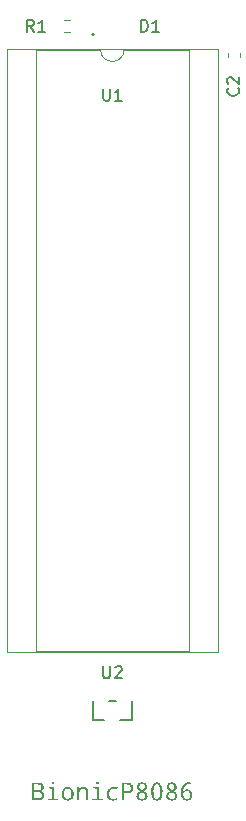
<source format=gbr>
G04 #@! TF.GenerationSoftware,KiCad,Pcbnew,9.0.6-9.0.6~ubuntu25.10.1*
G04 #@! TF.CreationDate,2025-12-24T22:54:59+09:00*
G04 #@! TF.ProjectId,bionic-p8086,62696f6e-6963-42d7-9038-3038362e6b69,1*
G04 #@! TF.SameCoordinates,Original*
G04 #@! TF.FileFunction,Legend,Top*
G04 #@! TF.FilePolarity,Positive*
%FSLAX46Y46*%
G04 Gerber Fmt 4.6, Leading zero omitted, Abs format (unit mm)*
G04 Created by KiCad (PCBNEW 9.0.6-9.0.6~ubuntu25.10.1) date 2025-12-24 22:54:59*
%MOMM*%
%LPD*%
G01*
G04 APERTURE LIST*
%ADD10C,0.150000*%
%ADD11C,0.152400*%
%ADD12C,0.120000*%
G04 APERTURE END LIST*
D10*
G36*
X107511372Y-135815457D02*
G01*
X107623784Y-135834466D01*
X107709176Y-135862597D01*
X107772959Y-135897948D01*
X107826624Y-135947479D01*
X107865690Y-136010040D01*
X107890553Y-136088479D01*
X107899538Y-136187009D01*
X107890191Y-136271161D01*
X107863332Y-136342904D01*
X107819030Y-136404996D01*
X107760559Y-136454433D01*
X107688969Y-136489661D01*
X107601318Y-136510417D01*
X107601318Y-136520675D01*
X107713579Y-136548784D01*
X107798032Y-136589258D01*
X107860365Y-136640606D01*
X107904417Y-136703217D01*
X107931762Y-136779317D01*
X107941487Y-136872660D01*
X107932632Y-136972821D01*
X107907490Y-137057779D01*
X107867061Y-137130416D01*
X107810786Y-137192770D01*
X107742688Y-137241834D01*
X107662328Y-137277992D01*
X107567350Y-137300873D01*
X107454772Y-137309000D01*
X106914751Y-137309000D01*
X106914751Y-137146059D01*
X107106360Y-137146059D01*
X107420975Y-137146059D01*
X107527040Y-137136623D01*
X107605611Y-137111330D01*
X107663203Y-137072864D01*
X107704184Y-137021184D01*
X107730147Y-136953543D01*
X107739620Y-136864966D01*
X107730320Y-136785042D01*
X107704539Y-136723095D01*
X107663079Y-136674812D01*
X107603556Y-136638129D01*
X107520816Y-136613619D01*
X107407603Y-136604389D01*
X107106360Y-136604389D01*
X107106360Y-137146059D01*
X106914751Y-137146059D01*
X106914751Y-136441449D01*
X107106360Y-136441449D01*
X107397436Y-136441449D01*
X107503179Y-136433885D01*
X107578352Y-136414152D01*
X107630535Y-136385395D01*
X107669507Y-136342617D01*
X107694505Y-136282721D01*
X107703808Y-136199740D01*
X107694100Y-136122208D01*
X107667658Y-136065528D01*
X107625406Y-136024343D01*
X107570166Y-135997316D01*
X107490034Y-135978544D01*
X107376920Y-135971312D01*
X107106360Y-135971312D01*
X107106360Y-136441449D01*
X106914751Y-136441449D01*
X106914751Y-135808371D01*
X107365654Y-135808371D01*
X107511372Y-135815457D01*
G37*
G36*
X108683924Y-135720444D02*
G01*
X108732617Y-135728164D01*
X108764753Y-135748934D01*
X108784881Y-135783356D01*
X108792551Y-135837131D01*
X108783787Y-135890834D01*
X108760219Y-135925791D01*
X108725093Y-135947610D01*
X108683924Y-135954917D01*
X108634780Y-135947125D01*
X108602347Y-135926160D01*
X108582032Y-135891414D01*
X108574290Y-135837131D01*
X108581999Y-135783450D01*
X108602262Y-135749022D01*
X108634689Y-135728197D01*
X108683924Y-135720444D01*
G37*
G36*
X108589585Y-136330074D02*
G01*
X108313988Y-136308733D01*
X108313988Y-136183528D01*
X108776156Y-136183528D01*
X108776156Y-137162454D01*
X109136842Y-137182970D01*
X109136842Y-137309000D01*
X108237143Y-137309000D01*
X108237143Y-137182970D01*
X108589585Y-137162454D01*
X108589585Y-136330074D01*
G37*
G36*
X110034020Y-136176277D02*
G01*
X110129591Y-136206147D01*
X110214708Y-136255195D01*
X110291164Y-136324853D01*
X110351745Y-136407833D01*
X110396010Y-136504095D01*
X110423788Y-136616141D01*
X110433588Y-136747180D01*
X110423767Y-136882802D01*
X110396125Y-136997135D01*
X110352448Y-137093797D01*
X110293179Y-137175643D01*
X110217937Y-137243704D01*
X110132087Y-137292164D01*
X110033523Y-137322017D01*
X109919213Y-137332447D01*
X109811648Y-137322132D01*
X109716644Y-137292256D01*
X109631629Y-137243080D01*
X109554864Y-137173078D01*
X109494167Y-137089790D01*
X109449752Y-136992879D01*
X109421840Y-136879773D01*
X109411981Y-136747180D01*
X109604597Y-136747180D01*
X109613231Y-136877261D01*
X109636420Y-136976317D01*
X109671139Y-137050785D01*
X109715969Y-137105793D01*
X109771281Y-137144774D01*
X109839187Y-137169071D01*
X109923243Y-137177750D01*
X110006967Y-137169085D01*
X110074629Y-137144823D01*
X110129766Y-137105883D01*
X110174476Y-137050903D01*
X110209118Y-136976437D01*
X110232262Y-136877345D01*
X110240881Y-136747180D01*
X110232269Y-136618648D01*
X110209120Y-136520660D01*
X110174420Y-136446879D01*
X110129536Y-136392274D01*
X110074051Y-136353502D01*
X110005810Y-136329296D01*
X109921228Y-136320640D01*
X109837641Y-136329252D01*
X109770135Y-136353355D01*
X109715173Y-136392008D01*
X109670648Y-136446529D01*
X109636180Y-136520303D01*
X109613165Y-136618397D01*
X109604597Y-136747180D01*
X109411981Y-136747180D01*
X109421699Y-136612482D01*
X109449045Y-136498945D01*
X109492242Y-136402976D01*
X109550834Y-136321739D01*
X109625299Y-136254305D01*
X109710912Y-136206143D01*
X109809875Y-136176374D01*
X109925349Y-136165943D01*
X110034020Y-136176277D01*
G37*
G36*
X111461790Y-137309000D02*
G01*
X111461790Y-136586346D01*
X111453754Y-136498643D01*
X111432142Y-136433369D01*
X111399088Y-136385213D01*
X111354364Y-136350699D01*
X111295435Y-136328698D01*
X111217883Y-136320640D01*
X111134018Y-136329032D01*
X111066579Y-136352444D01*
X111011988Y-136389790D01*
X110968041Y-136442128D01*
X110934210Y-136512509D01*
X110911713Y-136605616D01*
X110903359Y-136727396D01*
X110903359Y-137309000D01*
X110716879Y-137309000D01*
X110716879Y-136183528D01*
X110867547Y-136183528D01*
X110895207Y-136338043D01*
X110905465Y-136338043D01*
X110952242Y-136276877D01*
X111008399Y-136229730D01*
X111075154Y-136195326D01*
X111154626Y-136173647D01*
X111249665Y-136165943D01*
X111361829Y-136175451D01*
X111449950Y-136201533D01*
X111519072Y-136241986D01*
X111572778Y-136296727D01*
X111612797Y-136367794D01*
X111638765Y-136459075D01*
X111648269Y-136575905D01*
X111648269Y-137309000D01*
X111461790Y-137309000D01*
G37*
G36*
X112460407Y-135720444D02*
G01*
X112509100Y-135728164D01*
X112541235Y-135748934D01*
X112561364Y-135783356D01*
X112569034Y-135837131D01*
X112560270Y-135890834D01*
X112536702Y-135925791D01*
X112501576Y-135947610D01*
X112460407Y-135954917D01*
X112411263Y-135947125D01*
X112378830Y-135926160D01*
X112358515Y-135891414D01*
X112350772Y-135837131D01*
X112358482Y-135783450D01*
X112378745Y-135749022D01*
X112411172Y-135728197D01*
X112460407Y-135720444D01*
G37*
G36*
X112366068Y-136330074D02*
G01*
X112090471Y-136308733D01*
X112090471Y-136183528D01*
X112552639Y-136183528D01*
X112552639Y-137162454D01*
X112913325Y-137182970D01*
X112913325Y-137309000D01*
X112013626Y-137309000D01*
X112013626Y-137182970D01*
X112366068Y-137162454D01*
X112366068Y-136330074D01*
G37*
G36*
X114157773Y-136226393D02*
G01*
X114094208Y-136388326D01*
X113990147Y-136353863D01*
X113899262Y-136334814D01*
X113819618Y-136328883D01*
X113714632Y-136338324D01*
X113631481Y-136364370D01*
X113565541Y-136405156D01*
X113513662Y-136461024D01*
X113474548Y-136534462D01*
X113448938Y-136629795D01*
X113439515Y-136752767D01*
X113448729Y-136873939D01*
X113473754Y-136967783D01*
X113511932Y-137039979D01*
X113562494Y-137094813D01*
X113626657Y-137134781D01*
X113707453Y-137160273D01*
X113809360Y-137169506D01*
X113915542Y-137162681D01*
X114024883Y-137141800D01*
X114138264Y-137105942D01*
X114138264Y-137269890D01*
X114044665Y-137303337D01*
X113933360Y-137324782D01*
X113801117Y-137332447D01*
X113670303Y-137322056D01*
X113560995Y-137292847D01*
X113469291Y-137246577D01*
X113392255Y-137183337D01*
X113331222Y-137104913D01*
X113286005Y-137009874D01*
X113257151Y-136894809D01*
X113246808Y-136755331D01*
X113253700Y-136637618D01*
X113273107Y-136537257D01*
X113303587Y-136451678D01*
X113344364Y-136378699D01*
X113395369Y-136316610D01*
X113473900Y-136252806D01*
X113567574Y-136206038D01*
X113679431Y-136176471D01*
X113813482Y-136165943D01*
X113933931Y-136172792D01*
X114048392Y-136193012D01*
X114157773Y-136226393D01*
G37*
G36*
X115061568Y-135817099D02*
G01*
X115171331Y-135840981D01*
X115258181Y-135877410D01*
X115326333Y-135925054D01*
X115378825Y-135983978D01*
X115417265Y-136055639D01*
X115441658Y-136142730D01*
X115450397Y-136248924D01*
X115440716Y-136359910D01*
X115413304Y-136453540D01*
X115369373Y-136533094D01*
X115308431Y-136600909D01*
X115234686Y-136653389D01*
X115143903Y-136692839D01*
X115032513Y-136718297D01*
X114896088Y-136727488D01*
X114700358Y-136727488D01*
X114700358Y-137309000D01*
X114509757Y-137309000D01*
X114509757Y-136564547D01*
X114700358Y-136564547D01*
X114874564Y-136564547D01*
X114979344Y-136558712D01*
X115059565Y-136543076D01*
X115120092Y-136519874D01*
X115165000Y-136490450D01*
X115201668Y-136450536D01*
X115228843Y-136400276D01*
X115246318Y-136337352D01*
X115252652Y-136258633D01*
X115242671Y-136169357D01*
X115215154Y-136100652D01*
X115171298Y-136047609D01*
X115108972Y-136007701D01*
X115023100Y-135981235D01*
X114906346Y-135971312D01*
X114700358Y-135971312D01*
X114700358Y-136564547D01*
X114509757Y-136564547D01*
X114509757Y-135808371D01*
X114923749Y-135808371D01*
X115061568Y-135817099D01*
G37*
G36*
X116311305Y-135791625D02*
G01*
X116392147Y-135810651D01*
X116462033Y-135840972D01*
X116522654Y-135882377D01*
X116573565Y-135935110D01*
X116609626Y-135995479D01*
X116631783Y-136065007D01*
X116639524Y-136145976D01*
X116629342Y-136233917D01*
X116599403Y-136312862D01*
X116548821Y-136385188D01*
X116474427Y-136452235D01*
X116371071Y-136514172D01*
X116478260Y-136578354D01*
X116558800Y-136643382D01*
X116617143Y-136709233D01*
X116656760Y-136776400D01*
X116679953Y-136845896D01*
X116687701Y-136919188D01*
X116679180Y-137010209D01*
X116654716Y-137089076D01*
X116614838Y-137158179D01*
X116558558Y-137219149D01*
X116491262Y-137267332D01*
X116413375Y-137302556D01*
X116322921Y-137324656D01*
X116217381Y-137332447D01*
X116106194Y-137324859D01*
X116013560Y-137303646D01*
X115936336Y-137270432D01*
X115871991Y-137225835D01*
X115818677Y-137168406D01*
X115780361Y-137100999D01*
X115756494Y-137021623D01*
X115748068Y-136927431D01*
X115930518Y-136927431D01*
X115938870Y-137004777D01*
X115961791Y-137063940D01*
X115998044Y-137109245D01*
X116049116Y-137143045D01*
X116118942Y-137165312D01*
X116213351Y-137173628D01*
X116303923Y-137165248D01*
X116374308Y-137142283D01*
X116428956Y-137106492D01*
X116470644Y-137057050D01*
X116496240Y-136995833D01*
X116505343Y-136919280D01*
X116498196Y-136860179D01*
X116476986Y-136806167D01*
X116440772Y-136755698D01*
X116394000Y-136712550D01*
X116323170Y-136663729D01*
X116221503Y-136608511D01*
X116190728Y-136594131D01*
X116088969Y-136652758D01*
X116016697Y-136714832D01*
X115968284Y-136780388D01*
X115940030Y-136850549D01*
X115930518Y-136927431D01*
X115748068Y-136927431D01*
X115755884Y-136843651D01*
X115778689Y-136768151D01*
X115816450Y-136699178D01*
X115870369Y-136635504D01*
X115942788Y-136576532D01*
X116037038Y-136522324D01*
X115945165Y-136454754D01*
X115878286Y-136383960D01*
X115832505Y-136309478D01*
X115805405Y-136230079D01*
X115797403Y-136154769D01*
X115978603Y-136154769D01*
X115984518Y-136214170D01*
X116001515Y-136265452D01*
X116029345Y-136310290D01*
X116067252Y-136348152D01*
X116128158Y-136390608D01*
X116219488Y-136438243D01*
X116313512Y-136387846D01*
X116379582Y-136334696D01*
X116423363Y-136278908D01*
X116448684Y-136219562D01*
X116457166Y-136154769D01*
X116449366Y-136089114D01*
X116427656Y-136037928D01*
X116392595Y-135997782D01*
X116346649Y-135968870D01*
X116288657Y-135950427D01*
X116215366Y-135943743D01*
X116144824Y-135950354D01*
X116088220Y-135968729D01*
X116042625Y-135997782D01*
X116007890Y-136037885D01*
X115986349Y-136089068D01*
X115978603Y-136154769D01*
X115797403Y-136154769D01*
X115796245Y-136143870D01*
X115804107Y-136063594D01*
X115826648Y-135994552D01*
X115863441Y-135934460D01*
X115915588Y-135881827D01*
X115977542Y-135840350D01*
X116047479Y-135810215D01*
X116126826Y-135791472D01*
X116217381Y-135784924D01*
X116311305Y-135791625D01*
G37*
G36*
X117566876Y-135793305D02*
G01*
X117647119Y-135817327D01*
X117717307Y-135856359D01*
X117779107Y-135911188D01*
X117833322Y-135983952D01*
X117882333Y-136083687D01*
X117920454Y-136209014D01*
X117945596Y-136365171D01*
X117954772Y-136558136D01*
X117946093Y-136752262D01*
X117922403Y-136907894D01*
X117886699Y-137031298D01*
X117841186Y-137128005D01*
X117787132Y-137202677D01*
X117724757Y-137258909D01*
X117653194Y-137299001D01*
X117570572Y-137323767D01*
X117474194Y-137332447D01*
X117382887Y-137324110D01*
X117303638Y-137300181D01*
X117234119Y-137261231D01*
X117172706Y-137206406D01*
X117118637Y-137133511D01*
X117069887Y-137033781D01*
X117031933Y-136908291D01*
X117006884Y-136751752D01*
X116997737Y-136558136D01*
X116997757Y-136557678D01*
X117187239Y-136557678D01*
X117192905Y-136730171D01*
X117207959Y-136861334D01*
X117229812Y-136958828D01*
X117256390Y-137029464D01*
X117297550Y-137094478D01*
X117346535Y-137138322D01*
X117404459Y-137164512D01*
X117474194Y-137173628D01*
X117544929Y-137164461D01*
X117603755Y-137138130D01*
X117653554Y-137094097D01*
X117695478Y-137028914D01*
X117722707Y-136957975D01*
X117745045Y-136860405D01*
X117760409Y-136729491D01*
X117766186Y-136557678D01*
X117760420Y-136387011D01*
X117745075Y-136256729D01*
X117722739Y-136159410D01*
X117695478Y-136088457D01*
X117653554Y-136023274D01*
X117603755Y-135979241D01*
X117544929Y-135952910D01*
X117474194Y-135943743D01*
X117404428Y-135952839D01*
X117346495Y-135978963D01*
X117297524Y-136022673D01*
X117256390Y-136087449D01*
X117229812Y-136157827D01*
X117207959Y-136254984D01*
X117192905Y-136385717D01*
X117187239Y-136557678D01*
X116997757Y-136557678D01*
X117006368Y-136364007D01*
X117029922Y-136208443D01*
X117065405Y-136085164D01*
X117110612Y-135988624D01*
X117164262Y-135914146D01*
X117226119Y-135858112D01*
X117297025Y-135818196D01*
X117378826Y-135793557D01*
X117474194Y-135784924D01*
X117566876Y-135793305D01*
G37*
G36*
X118828960Y-135791625D02*
G01*
X118909802Y-135810651D01*
X118979688Y-135840972D01*
X119040309Y-135882377D01*
X119091220Y-135935110D01*
X119127281Y-135995479D01*
X119149439Y-136065007D01*
X119157179Y-136145976D01*
X119146997Y-136233917D01*
X119117058Y-136312862D01*
X119066476Y-136385188D01*
X118992082Y-136452235D01*
X118888726Y-136514172D01*
X118995915Y-136578354D01*
X119076455Y-136643382D01*
X119134798Y-136709233D01*
X119174415Y-136776400D01*
X119197608Y-136845896D01*
X119205356Y-136919188D01*
X119196835Y-137010209D01*
X119172372Y-137089076D01*
X119132493Y-137158179D01*
X119076213Y-137219149D01*
X119008917Y-137267332D01*
X118931030Y-137302556D01*
X118840577Y-137324656D01*
X118735036Y-137332447D01*
X118623850Y-137324859D01*
X118531215Y-137303646D01*
X118453991Y-137270432D01*
X118389646Y-137225835D01*
X118336332Y-137168406D01*
X118298016Y-137100999D01*
X118274149Y-137021623D01*
X118265724Y-136927431D01*
X118448173Y-136927431D01*
X118456525Y-137004777D01*
X118479446Y-137063940D01*
X118515699Y-137109245D01*
X118566772Y-137143045D01*
X118636598Y-137165312D01*
X118731006Y-137173628D01*
X118821579Y-137165248D01*
X118891963Y-137142283D01*
X118946612Y-137106492D01*
X118988299Y-137057050D01*
X119013895Y-136995833D01*
X119022999Y-136919280D01*
X119015851Y-136860179D01*
X118994642Y-136806167D01*
X118958427Y-136755698D01*
X118911655Y-136712550D01*
X118840825Y-136663729D01*
X118739158Y-136608511D01*
X118708383Y-136594131D01*
X118606624Y-136652758D01*
X118534353Y-136714832D01*
X118485939Y-136780388D01*
X118457685Y-136850549D01*
X118448173Y-136927431D01*
X118265724Y-136927431D01*
X118273540Y-136843651D01*
X118296344Y-136768151D01*
X118334105Y-136699178D01*
X118388024Y-136635504D01*
X118460443Y-136576532D01*
X118554693Y-136522324D01*
X118462820Y-136454754D01*
X118395942Y-136383960D01*
X118350160Y-136309478D01*
X118323060Y-136230079D01*
X118315059Y-136154769D01*
X118496258Y-136154769D01*
X118502173Y-136214170D01*
X118519170Y-136265452D01*
X118547000Y-136310290D01*
X118584907Y-136348152D01*
X118645814Y-136390608D01*
X118737143Y-136438243D01*
X118831167Y-136387846D01*
X118897237Y-136334696D01*
X118941018Y-136278908D01*
X118966339Y-136219562D01*
X118974822Y-136154769D01*
X118967021Y-136089114D01*
X118945311Y-136037928D01*
X118910250Y-135997782D01*
X118864304Y-135968870D01*
X118806313Y-135950427D01*
X118733021Y-135943743D01*
X118662479Y-135950354D01*
X118605875Y-135968729D01*
X118560280Y-135997782D01*
X118525545Y-136037885D01*
X118504004Y-136089068D01*
X118496258Y-136154769D01*
X118315059Y-136154769D01*
X118313901Y-136143870D01*
X118321763Y-136063594D01*
X118344304Y-135994552D01*
X118381097Y-135934460D01*
X118433244Y-135881827D01*
X118495197Y-135840350D01*
X118565134Y-135810215D01*
X118644482Y-135791472D01*
X118735036Y-135784924D01*
X118828960Y-135791625D01*
G37*
G36*
X120279124Y-135796176D02*
G01*
X120353542Y-135810295D01*
X120353542Y-135969114D01*
X120277517Y-135954816D01*
X120183457Y-135949605D01*
X120070119Y-135959584D01*
X119977377Y-135987483D01*
X119901162Y-136031666D01*
X119838617Y-136092487D01*
X119791968Y-136165433D01*
X119754163Y-136261424D01*
X119726945Y-136385909D01*
X119713137Y-136545313D01*
X119725410Y-136545313D01*
X119769403Y-136482310D01*
X119821543Y-136434499D01*
X119882702Y-136400107D01*
X119954678Y-136378673D01*
X120040026Y-136371107D01*
X120138644Y-136379478D01*
X120221926Y-136403170D01*
X120292717Y-136441068D01*
X120353084Y-136493473D01*
X120401013Y-136557541D01*
X120436200Y-136633010D01*
X120458411Y-136722084D01*
X120466291Y-136827597D01*
X120457673Y-136944557D01*
X120433406Y-137043170D01*
X120395017Y-137126583D01*
X120342826Y-137197258D01*
X120276812Y-137255698D01*
X120200986Y-137297512D01*
X120113414Y-137323382D01*
X120011358Y-137332447D01*
X119923796Y-137325221D01*
X119845916Y-137304334D01*
X119775981Y-137270257D01*
X119712685Y-137222493D01*
X119655252Y-137159614D01*
X119600488Y-137071058D01*
X119559026Y-136962832D01*
X119532207Y-136831008D01*
X119529772Y-136790686D01*
X119709016Y-136790686D01*
X119718630Y-136892001D01*
X119746408Y-136981028D01*
X119791997Y-137060238D01*
X119837850Y-137110836D01*
X119888523Y-137145632D01*
X119945056Y-137166471D01*
X120009251Y-137173628D01*
X120091718Y-137163038D01*
X120158260Y-137132997D01*
X120212675Y-137083319D01*
X120251477Y-137019046D01*
X120276684Y-136935313D01*
X120285948Y-136826681D01*
X120277119Y-136729745D01*
X120253034Y-136655074D01*
X120215697Y-136597703D01*
X120163958Y-136554246D01*
X120098574Y-136527313D01*
X120015388Y-136517653D01*
X119931935Y-136527220D01*
X119860068Y-136554870D01*
X119797126Y-136600817D01*
X119747078Y-136660592D01*
X119718500Y-136723205D01*
X119709016Y-136790686D01*
X119529772Y-136790686D01*
X119522536Y-136670885D01*
X119531433Y-136477666D01*
X119556087Y-136317541D01*
X119593920Y-136185649D01*
X119643069Y-136077688D01*
X119702480Y-135990006D01*
X119771977Y-135919743D01*
X119852288Y-135864981D01*
X119944981Y-135824865D01*
X120052361Y-135799669D01*
X120177321Y-135790786D01*
X120279124Y-135796176D01*
G37*
X116136905Y-72232819D02*
X116136905Y-71232819D01*
X116136905Y-71232819D02*
X116375000Y-71232819D01*
X116375000Y-71232819D02*
X116517857Y-71280438D01*
X116517857Y-71280438D02*
X116613095Y-71375676D01*
X116613095Y-71375676D02*
X116660714Y-71470914D01*
X116660714Y-71470914D02*
X116708333Y-71661390D01*
X116708333Y-71661390D02*
X116708333Y-71804247D01*
X116708333Y-71804247D02*
X116660714Y-71994723D01*
X116660714Y-71994723D02*
X116613095Y-72089961D01*
X116613095Y-72089961D02*
X116517857Y-72185200D01*
X116517857Y-72185200D02*
X116375000Y-72232819D01*
X116375000Y-72232819D02*
X116136905Y-72232819D01*
X117660714Y-72232819D02*
X117089286Y-72232819D01*
X117375000Y-72232819D02*
X117375000Y-71232819D01*
X117375000Y-71232819D02*
X117279762Y-71375676D01*
X117279762Y-71375676D02*
X117184524Y-71470914D01*
X117184524Y-71470914D02*
X117089286Y-71518533D01*
X124346580Y-77024666D02*
X124394200Y-77072285D01*
X124394200Y-77072285D02*
X124441819Y-77215142D01*
X124441819Y-77215142D02*
X124441819Y-77310380D01*
X124441819Y-77310380D02*
X124394200Y-77453237D01*
X124394200Y-77453237D02*
X124298961Y-77548475D01*
X124298961Y-77548475D02*
X124203723Y-77596094D01*
X124203723Y-77596094D02*
X124013247Y-77643713D01*
X124013247Y-77643713D02*
X123870390Y-77643713D01*
X123870390Y-77643713D02*
X123679914Y-77596094D01*
X123679914Y-77596094D02*
X123584676Y-77548475D01*
X123584676Y-77548475D02*
X123489438Y-77453237D01*
X123489438Y-77453237D02*
X123441819Y-77310380D01*
X123441819Y-77310380D02*
X123441819Y-77215142D01*
X123441819Y-77215142D02*
X123489438Y-77072285D01*
X123489438Y-77072285D02*
X123537057Y-77024666D01*
X123537057Y-76643713D02*
X123489438Y-76596094D01*
X123489438Y-76596094D02*
X123441819Y-76500856D01*
X123441819Y-76500856D02*
X123441819Y-76262761D01*
X123441819Y-76262761D02*
X123489438Y-76167523D01*
X123489438Y-76167523D02*
X123537057Y-76119904D01*
X123537057Y-76119904D02*
X123632295Y-76072285D01*
X123632295Y-76072285D02*
X123727533Y-76072285D01*
X123727533Y-76072285D02*
X123870390Y-76119904D01*
X123870390Y-76119904D02*
X124441819Y-76691332D01*
X124441819Y-76691332D02*
X124441819Y-76072285D01*
X112938095Y-125969819D02*
X112938095Y-126779342D01*
X112938095Y-126779342D02*
X112985714Y-126874580D01*
X112985714Y-126874580D02*
X113033333Y-126922200D01*
X113033333Y-126922200D02*
X113128571Y-126969819D01*
X113128571Y-126969819D02*
X113319047Y-126969819D01*
X113319047Y-126969819D02*
X113414285Y-126922200D01*
X113414285Y-126922200D02*
X113461904Y-126874580D01*
X113461904Y-126874580D02*
X113509523Y-126779342D01*
X113509523Y-126779342D02*
X113509523Y-125969819D01*
X113938095Y-126065057D02*
X113985714Y-126017438D01*
X113985714Y-126017438D02*
X114080952Y-125969819D01*
X114080952Y-125969819D02*
X114319047Y-125969819D01*
X114319047Y-125969819D02*
X114414285Y-126017438D01*
X114414285Y-126017438D02*
X114461904Y-126065057D01*
X114461904Y-126065057D02*
X114509523Y-126160295D01*
X114509523Y-126160295D02*
X114509523Y-126255533D01*
X114509523Y-126255533D02*
X114461904Y-126398390D01*
X114461904Y-126398390D02*
X113890476Y-126969819D01*
X113890476Y-126969819D02*
X114509523Y-126969819D01*
X107056333Y-72232819D02*
X106723000Y-71756628D01*
X106484905Y-72232819D02*
X106484905Y-71232819D01*
X106484905Y-71232819D02*
X106865857Y-71232819D01*
X106865857Y-71232819D02*
X106961095Y-71280438D01*
X106961095Y-71280438D02*
X107008714Y-71328057D01*
X107008714Y-71328057D02*
X107056333Y-71423295D01*
X107056333Y-71423295D02*
X107056333Y-71566152D01*
X107056333Y-71566152D02*
X107008714Y-71661390D01*
X107008714Y-71661390D02*
X106961095Y-71709009D01*
X106961095Y-71709009D02*
X106865857Y-71756628D01*
X106865857Y-71756628D02*
X106484905Y-71756628D01*
X108008714Y-72232819D02*
X107437286Y-72232819D01*
X107723000Y-72232819D02*
X107723000Y-71232819D01*
X107723000Y-71232819D02*
X107627762Y-71375676D01*
X107627762Y-71375676D02*
X107532524Y-71470914D01*
X107532524Y-71470914D02*
X107437286Y-71518533D01*
X112938095Y-77074819D02*
X112938095Y-77884342D01*
X112938095Y-77884342D02*
X112985714Y-77979580D01*
X112985714Y-77979580D02*
X113033333Y-78027200D01*
X113033333Y-78027200D02*
X113128571Y-78074819D01*
X113128571Y-78074819D02*
X113319047Y-78074819D01*
X113319047Y-78074819D02*
X113414285Y-78027200D01*
X113414285Y-78027200D02*
X113461904Y-77979580D01*
X113461904Y-77979580D02*
X113509523Y-77884342D01*
X113509523Y-77884342D02*
X113509523Y-77074819D01*
X114509523Y-78074819D02*
X113938095Y-78074819D01*
X114223809Y-78074819D02*
X114223809Y-77074819D01*
X114223809Y-77074819D02*
X114128571Y-77217676D01*
X114128571Y-77217676D02*
X114033333Y-77312914D01*
X114033333Y-77312914D02*
X113938095Y-77360533D01*
D11*
X112125200Y-72463800D02*
G75*
G02*
X111972800Y-72463800I-76200J0D01*
G01*
X111972800Y-72463800D02*
G75*
G02*
X112125200Y-72463800I76200J0D01*
G01*
D12*
X123477000Y-74363767D02*
X123477000Y-74071233D01*
X124497000Y-74363767D02*
X124497000Y-74071233D01*
D11*
X112048000Y-128863000D02*
X112048000Y-130517000D01*
X112048000Y-130517000D02*
X113037060Y-130517000D01*
X113987061Y-128863000D02*
X113412939Y-128863000D01*
X114362940Y-130517000D02*
X115352000Y-130517000D01*
X115352000Y-130517000D02*
X115352000Y-128863000D01*
D12*
X110121224Y-71255500D02*
X109611776Y-71255500D01*
X110121224Y-72300500D02*
X109611776Y-72300500D01*
X104750000Y-73690000D02*
X104750000Y-124730000D01*
X104750000Y-124730000D02*
X122650000Y-124730000D01*
X107240000Y-73750000D02*
X107240000Y-124670000D01*
X107240000Y-124670000D02*
X120160000Y-124670000D01*
X112700000Y-73750000D02*
X107240000Y-73750000D01*
X120160000Y-73750000D02*
X114700000Y-73750000D01*
X120160000Y-124670000D02*
X120160000Y-73750000D01*
X122650000Y-73690000D02*
X104750000Y-73690000D01*
X122650000Y-124730000D02*
X122650000Y-73690000D01*
X114700000Y-73750000D02*
G75*
G02*
X112700000Y-73750000I-1000000J0D01*
G01*
M02*

</source>
